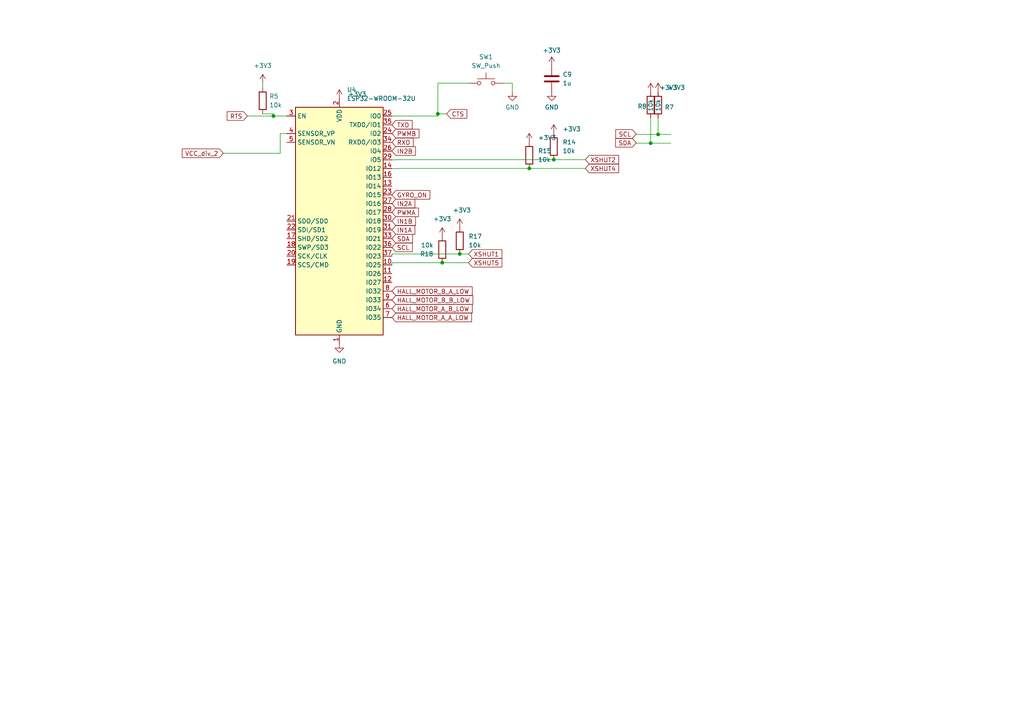
<source format=kicad_sch>
(kicad_sch (version 20231120) (generator "eeschema") (generator_version "8.0")
  (paper "A4")
  (lib_symbols
    (symbol "Device:C" (pin_numbers hide) (pin_names (offset 0.254))
      (property "Reference" "C" (at 0.635 2.54 0))
      (property "Value" "C" (at 0.635 -2.54 0))
      (symbol "C_0_1"
        (polyline (pts (xy -2.032 -0.762) (xy 2.032 -0.762)) (stroke (width 0.508)))
        (polyline (pts (xy -2.032 0.762) (xy 2.032 0.762)) (stroke (width 0.508)))
      )
      (symbol "C_1_1"
        (pin passive line (at 0 3.81 270) (length 2.794) (name "~") (number "1"))
        (pin passive line (at 0 -3.81 90) (length 2.794) (name "~") (number "2"))
      )
    )
    (symbol "Device:R" (pin_numbers hide) (pin_names (offset 0))
      (property "Reference" "R" (at 2.032 0 90))
      (property "Value" "R" (at 0 0 90))
      (symbol "R_0_1"
        (rectangle (start -1.016 -2.54) (end 1.016 2.54) (stroke (width 0.254)))
      )
      (symbol "R_1_1"
        (pin passive line (at 0 3.81 270) (length 1.27) (name "~") (number "1"))
        (pin passive line (at 0 -3.81 90) (length 1.27) (name "~") (number "2"))
      )
    )
    (symbol "RF_Module:ESP32-WROOM-32U"
      (property "Reference" "U" (at -12.7 34.29 0))
      (property "Value" "ESP32-WROOM-32U" (at 1.27 34.29 0))
      (symbol "ESP32-WROOM-32U_0_1"
        (rectangle (start -12.7 33.02) (end 12.7 -33.02) (stroke (width 0.254)) (fill (type background)))
      )
      (symbol "ESP32-WROOM-32U_1_1"
        (pin power_in line (at 0 -35.56 90) (length 2.54) (name "GND") (number "1"))
        (pin bidirectional line (at 15.24 -12.7 180) (length 2.54) (name "IO25") (number "10"))
        (pin bidirectional line (at 15.24 -15.24 180) (length 2.54) (name "IO26") (number "11"))
        (pin bidirectional line (at 15.24 -17.78 180) (length 2.54) (name "IO27") (number "12"))
        (pin bidirectional line (at 15.24 10.16 180) (length 2.54) (name "IO14") (number "13"))
        (pin bidirectional line (at 15.24 15.24 180) (length 2.54) (name "IO12") (number "14"))
        (pin passive line (at 0 -35.56 90) (length 2.54) hide (name "GND") (number "15"))
        (pin bidirectional line (at 15.24 12.7 180) (length 2.54) (name "IO13") (number "16"))
        (pin bidirectional line (at -15.24 -5.08 0) (length 2.54) (name "SHD/SD2") (number "17"))
        (pin bidirectional line (at -15.24 -7.62 0) (length 2.54) (name "SWP/SD3") (number "18"))
        (pin bidirectional line (at -15.24 -12.7 0) (length 2.54) (name "SCS/CMD") (number "19"))
        (pin power_in line (at 0 35.56 270) (length 2.54) (name "VDD") (number "2"))
        (pin bidirectional line (at -15.24 -10.16 0) (length 2.54) (name "SCK/CLK") (number "20"))
        (pin bidirectional line (at -15.24 0 0) (length 2.54) (name "SDO/SD0") (number "21"))
        (pin bidirectional line (at -15.24 -2.54 0) (length 2.54) (name "SDI/SD1") (number "22"))
        (pin bidirectional line (at 15.24 7.62 180) (length 2.54) (name "IO15") (number "23"))
        (pin bidirectional line (at 15.24 25.4 180) (length 2.54) (name "IO2") (number "24"))
        (pin bidirectional line (at 15.24 30.48 180) (length 2.54) (name "IO0") (number "25"))
        (pin bidirectional line (at 15.24 20.32 180) (length 2.54) (name "IO4") (number "26"))
        (pin bidirectional line (at 15.24 5.08 180) (length 2.54) (name "IO16") (number "27"))
        (pin bidirectional line (at 15.24 2.54 180) (length 2.54) (name "IO17") (number "28"))
        (pin bidirectional line (at 15.24 17.78 180) (length 2.54) (name "IO5") (number "29"))
        (pin input line (at -15.24 30.48 0) (length 2.54) (name "EN") (number "3"))
        (pin bidirectional line (at 15.24 0 180) (length 2.54) (name "IO18") (number "30"))
        (pin bidirectional line (at 15.24 -2.54 180) (length 2.54) (name "IO19") (number "31"))
        (pin no_connect line (at -12.7 -27.94 0) (length 2.54) hide (name "NC") (number "32"))
        (pin bidirectional line (at 15.24 -5.08 180) (length 2.54) (name "IO21") (number "33"))
        (pin bidirectional line (at 15.24 22.86 180) (length 2.54) (name "RXD0/IO3") (number "34"))
        (pin bidirectional line (at 15.24 27.94 180) (length 2.54) (name "TXD0/IO1") (number "35"))
        (pin bidirectional line (at 15.24 -7.62 180) (length 2.54) (name "IO22") (number "36"))
        (pin bidirectional line (at 15.24 -10.16 180) (length 2.54) (name "IO23") (number "37"))
        (pin passive line (at 0 -35.56 90) (length 2.54) hide (name "GND") (number "38"))
        (pin passive line (at 0 -35.56 90) (length 2.54) hide (name "GND") (number "39"))
        (pin input line (at -15.24 25.4 0) (length 2.54) (name "SENSOR_VP") (number "4"))
        (pin input line (at -15.24 22.86 0) (length 2.54) (name "SENSOR_VN") (number "5"))
        (pin input line (at 15.24 -25.4 180) (length 2.54) (name "IO34") (number "6"))
        (pin input line (at 15.24 -27.94 180) (length 2.54) (name "IO35") (number "7"))
        (pin bidirectional line (at 15.24 -20.32 180) (length 2.54) (name "IO32") (number "8"))
        (pin bidirectional line (at 15.24 -22.86 180) (length 2.54) (name "IO33") (number "9"))
      )
    )
    (symbol "Switch:SW_Push" (pin_numbers hide) (pin_names (offset 1.016) hide)
      (property "Reference" "SW" (at 1.27 2.54 0))
      (property "Value" "SW_Push" (at 0 -1.524 0))
      (symbol "SW_Push_0_1"
        (circle (center -2.032 0) (radius 0.508))
        (polyline (pts (xy 0 1.27) (xy 0 3.048)))
        (polyline (pts (xy 2.54 1.27) (xy -2.54 1.27)))
        (circle (center 2.032 0) (radius 0.508))
        (pin passive line (at -5.08 0 0) (length 2.54) (name "1") (number "1"))
        (pin passive line (at 5.08 0 180) (length 2.54) (name "2") (number "2"))
      )
    )
    (symbol "power:+3.3V" (power) (pin_names (offset 0))
      (property "Value" "+3.3V" (at 0 3.556 0))
      (symbol "+3.3V_0_1"
        (polyline (pts (xy -0.762 1.27) (xy 0 2.54)))
        (polyline (pts (xy 0 0) (xy 0 2.54)))
        (polyline (pts (xy 0 2.54) (xy 0.762 1.27)))
      )
      (symbol "+3.3V_1_1"
        (pin power_in line (at 0 0 90) (length 0) hide (name "+3V3") (number "1"))
      )
    )
    (symbol "power:GND" (power) (pin_names (offset 0))
      (property "Value" "GND" (at 0 -3.81 0))
      (symbol "GND_0_1"
        (polyline (pts (xy 0 0) (xy 0 -1.27) (xy 1.27 -1.27) (xy 0 -2.54) (xy -1.27 -1.27) (xy 0 -1.27)))
      )
      (symbol "GND_1_1"
        (pin power_in line (at 0 0 270) (length 0) hide (name "GND") (number "1"))
      )
    )
  )
  (junction (at 133.35 73.66))
  (junction (at 153.5035 48.8525))
  (junction (at 127 33.02))
  (junction (at 79.3099 33.655))
  (junction (at 128.27 76.2))
  (junction (at 190.881 38.989))
  (junction (at 160.6155 46.3125))
  (junction (at 188.722 41.529))
  (wire (pts (xy 127 33.02) (xy 129.54 33.02)))
  (wire (pts (xy 135.89 73.66) (xy 133.35 73.66)))
  (wire (pts (xy 81.28 38.735) (xy 81.28 44.45)))
  (wire (pts (xy 127 24.13) (xy 127 33.02)))
  (wire (pts (xy 169.7595 48.8525) (xy 153.5035 48.8525)))
  (wire (pts (xy 115.57 48.895) (xy 115.57 48.8525)))
  (wire (pts (xy 71.755 33.655) (xy 79.3099 33.655)))
  (wire (pts (xy 113.665 73.66) (xy 113.665 74.295)))
  (wire (pts (xy 113.665 46.355) (xy 114.935 46.355)))
  (wire (pts (xy 83.185 38.735) (xy 81.28 38.735)))
  (wire (pts (xy 190.881 38.989) (xy 184.531 38.989)))
  (wire (pts (xy 81.28 44.45) (xy 64.77 44.45)))
  (wire (pts (xy 128.27 76.2) (xy 113.665 76.2)))
  (wire (pts (xy 135.89 76.2) (xy 128.27 76.2)))
  (wire (pts (xy 114.935 46.355) (xy 114.935 46.3125)))
  (wire (pts (xy 127 33.655) (xy 127 33.02)))
  (wire (pts (xy 79.3099 33.02) (xy 79.3099 33.655)))
  (wire (pts (xy 76.2 24.13) (xy 76.2 25.4)))
  (wire (pts (xy 115.57 48.8525) (xy 153.5035 48.8525)))
  (wire (pts (xy 114.935 46.3125) (xy 160.6155 46.3125)))
  (wire (pts (xy 148.59 24.13) (xy 148.59 26.67)))
  (wire (pts (xy 169.7595 46.3125) (xy 160.6155 46.3125)))
  (wire (pts (xy 113.665 48.895) (xy 115.57 48.895)))
  (wire (pts (xy 184.531 41.529) (xy 188.722 41.529)))
  (wire (pts (xy 188.722 34.29) (xy 188.722 41.529)))
  (wire (pts (xy 184.531 41.529) (xy 184.531 41.402)))
  (wire (pts (xy 190.881 34.29) (xy 190.881 38.989)))
  (wire (pts (xy 113.665 33.655) (xy 127 33.655)))
  (wire (pts (xy 79.3099 33.655) (xy 83.185 33.655)))
  (wire (pts (xy 194.564 38.989) (xy 190.881 38.989)))
  (wire (pts (xy 184.531 38.989) (xy 184.531 38.862)))
  (wire (pts (xy 76.2 33.02) (xy 79.3099 33.02)))
  (wire (pts (xy 188.722 41.529) (xy 194.564 41.529)))
  (wire (pts (xy 113.665 76.2) (xy 113.665 76.835)))
  (wire (pts (xy 135.89 24.13) (xy 127 24.13)))
  (wire (pts (xy 146.05 24.13) (xy 148.59 24.13)))
  (wire (pts (xy 133.35 73.66) (xy 113.665 73.66)))
  (global_label "SCL" (shape input) (at 184.531 38.862 180) (property "Intersheetrefs" "${INTERSHEET_REFS}" (effects (hide yes))))
  (global_label "RTS" (shape input) (at 71.755 33.655 180) (property "Intersheetrefs" "${INTERSHEET_REFS}" (effects (hide yes))))
  (global_label "HALL_MOTOR_A_B_LOW" (shape input) (at 113.665 89.535 0) (property "Intersheetrefs" "${INTERSHEET_REFS}" (effects (hide yes))))
  (global_label "TXD" (shape input) (at 113.665 36.195 0) (property "Intersheetrefs" "${INTERSHEET_REFS}" (effects (hide yes))))
  (global_label "VCC_div_2" (shape input) (at 64.77 44.45 180) (property "Intersheetrefs" "${INTERSHEET_REFS}" (effects (hide yes))))
  (global_label "SDA" (shape input) (at 184.531 41.402 180) (property "Intersheetrefs" "${INTERSHEET_REFS}" (effects (hide yes))))
  (global_label "GYRO_ON" (shape input) (at 113.665 56.515 0) (property "Intersheetrefs" "${INTERSHEET_REFS}" (effects (hide yes))))
  (global_label "HALL_MOTOR_B_B_LOW" (shape input) (at 113.665 86.995 0) (property "Intersheetrefs" "${INTERSHEET_REFS}" (effects (hide yes))))
  (global_label "IN2B" (shape input) (at 113.665 43.815 0) (property "Intersheetrefs" "${INTERSHEET_REFS}" (effects (hide yes))))
  (global_label "XSHUT4" (shape input) (at 169.7595 48.8525 0) (property "Intersheetrefs" "${INTERSHEET_REFS}" (effects (hide yes))))
  (global_label "HALL_MOTOR_B_A_LOW" (shape input) (at 113.665 84.455 0) (property "Intersheetrefs" "${INTERSHEET_REFS}" (effects (hide yes))))
  (global_label "CTS" (shape input) (at 129.54 33.02 0) (property "Intersheetrefs" "${INTERSHEET_REFS}" (effects (hide yes))))
  (global_label "PWMB" (shape input) (at 113.665 38.735 0) (property "Intersheetrefs" "${INTERSHEET_REFS}" (effects (hide yes))))
  (global_label "IN1B" (shape input) (at 113.665 64.135 0) (property "Intersheetrefs" "${INTERSHEET_REFS}" (effects (hide yes))))
  (global_label "SDA" (shape input) (at 113.665 69.215 0) (property "Intersheetrefs" "${INTERSHEET_REFS}" (effects (hide yes))))
  (global_label "RXD" (shape input) (at 113.665 41.275 0) (property "Intersheetrefs" "${INTERSHEET_REFS}" (effects (hide yes))))
  (global_label "HALL_MOTOR_A_A_LOW" (shape input) (at 113.665 92.075 0) (property "Intersheetrefs" "${INTERSHEET_REFS}" (effects (hide yes))))
  (global_label "SCL" (shape input) (at 113.665 71.755 0) (property "Intersheetrefs" "${INTERSHEET_REFS}" (effects (hide yes))))
  (global_label "IN1A" (shape input) (at 113.665 66.675 0) (property "Intersheetrefs" "${INTERSHEET_REFS}" (effects (hide yes))))
  (global_label "XSHUT1" (shape input) (at 135.89 73.66 0) (property "Intersheetrefs" "${INTERSHEET_REFS}" (effects (hide yes))))
  (global_label "PWMA" (shape input) (at 113.665 61.595 0) (property "Intersheetrefs" "${INTERSHEET_REFS}" (effects (hide yes))))
  (global_label "XSHUT5" (shape input) (at 135.89 76.2 0) (property "Intersheetrefs" "${INTERSHEET_REFS}" (effects (hide yes))))
  (global_label "IN2A" (shape input) (at 113.665 59.055 0) (property "Intersheetrefs" "${INTERSHEET_REFS}" (effects (hide yes))))
  (global_label "XSHUT2" (shape input) (at 169.7595 46.3125 0) (property "Intersheetrefs" "${INTERSHEET_REFS}" (effects (hide yes))))
  (symbol (lib_id "power:+3.3V") (at 128.27 68.58 0) (unit 1)
    (property "Reference" "#PWR037" (effects (hide yes)))
    (property "Value" "+3V3" (at 128.27 63.5 0))
  )
  (symbol (lib_id "Device:R") (at 76.2 29.21 0) (unit 1)
    (property "Reference" "R5" (at 78.105 27.94 0) (effects (justify left)))
    (property "Value" "10k" (at 78.105 30.48 0) (effects (justify left)))
    (property "Footprint" "Resistor_SMD:R_0603_1608Metric" (effects (hide yes)))
  )
  (symbol (lib_id "power:+3.3V") (at 190.881 26.67 0) (unit 1)
    (property "Reference" "#PWR027" (effects (hide yes)))
    (property "Value" "+3V3" (at 193.421 25.4 0) (effects (justify left)))
  )
  (symbol (lib_id "power:+3.3V") (at 133.35 66.04 0) (unit 1)
    (property "Reference" "#PWR036" (effects (hide yes)))
    (property "Value" "+3V3" (at 131.318 60.96 0) (effects (justify left)))
  )
  (symbol (lib_id "RF_Module:ESP32-WROOM-32U") (at 98.425 64.135 0) (unit 1)
    (property "Reference" "U4" (at 100.6191 26.035 0) (effects (justify left)))
    (property "Value" "ESP32-WROOM-32U" (at 100.6191 28.575 0) (effects (justify left)))
    (property "Footprint" "RF_Module:ESP32-WROOM-32U" (effects (hide yes)))
    (property "Datasheet" "https://www.espressif.com/sites/default/files/documentation/esp32-wroom-32d_esp32-wroom-32u_datasheet_en.pdf" (effects (hide yes)))
  )
  (symbol (lib_id "power:+3.3V") (at 153.5035 41.2325 0) (unit 1)
    (property "Reference" "#PWR034" (effects (hide yes)))
    (property "Value" "+3V3" (at 156.0435 39.9625 0) (effects (justify left)))
  )
  (symbol (lib_id "power:+3.3V") (at 160.6155 38.6925 0) (unit 1)
    (property "Reference" "#PWR033" (effects (hide yes)))
    (property "Value" "+3V3" (at 163.1555 37.4225 0) (effects (justify left)))
  )
  (symbol (lib_id "Device:C") (at 160.02 22.86 0) (unit 1)
    (property "Reference" "C9" (at 163.195 21.59 0) (effects (justify left)))
    (property "Value" "1u" (at 163.195 24.13 0) (effects (justify left)))
    (property "Footprint" "Capacitor_SMD:C_0603_1608Metric" (effects (hide yes)))
  )
  (symbol (lib_id "power:+3.3V") (at 188.722 26.67 0) (unit 1)
    (property "Reference" "#PWR016" (effects (hide yes)))
    (property "Value" "+3V3" (at 191.262 25.4 0) (effects (justify left)))
  )
  (symbol (lib_id "power:GND") (at 160.02 26.67 0) (unit 1)
    (property "Reference" "#PWR011" (effects (hide yes)))
    (property "Value" "GND" (at 160.02 31.115 0))
  )
  (symbol (lib_id "power:GND") (at 148.59 26.67 0) (unit 1)
    (property "Reference" "#PWR06" (effects (hide yes)))
    (property "Value" "GND" (at 148.59 31.115 0))
  )
  (symbol (lib_id "Device:R") (at 128.27 72.39 180) (unit 1)
    (property "Reference" "R18" (at 125.73 73.66 0) (effects (justify left)))
    (property "Value" "10k" (at 125.73 71.12 0) (effects (justify left)))
    (property "Footprint" "Capacitor_SMD:C_0603_1608Metric" (effects (hide yes)))
  )
  (symbol (lib_id "power:GND") (at 98.425 99.695 0) (unit 1)
    (property "Reference" "#PWR09" (effects (hide yes)))
    (property "Value" "GND" (at 98.425 104.775 0))
  )
  (symbol (lib_id "Device:R") (at 188.722 30.48 0) (unit 1)
    (property "Reference" "R8" (at 184.912 30.861 0) (effects (justify left)))
    (property "Value" "10k" (at 188.722 32.385 90) (effects (justify left)))
    (property "Footprint" "Capacitor_SMD:C_0603_1608Metric" (effects (hide yes)))
  )
  (symbol (lib_id "power:+3.3V") (at 98.425 28.575 0) (unit 1)
    (property "Reference" "#PWR08" (effects (hide yes)))
    (property "Value" "+3V3" (at 100.965 27.305 0) (effects (justify left)))
  )
  (symbol (lib_id "Device:R") (at 153.5035 45.0425 0) (unit 1)
    (property "Reference" "R15" (at 156.0435 43.7725 0) (effects (justify left)))
    (property "Value" "10k" (at 156.0435 46.3125 0) (effects (justify left)))
    (property "Footprint" "Capacitor_SMD:C_0603_1608Metric" (effects (hide yes)))
  )
  (symbol (lib_id "power:+3.3V") (at 160.02 19.05 0) (unit 1)
    (property "Reference" "#PWR010" (effects (hide yes)))
    (property "Value" "+3V3" (at 160.02 14.605 0))
  )
  (symbol (lib_id "Device:R") (at 160.6155 42.5025 0) (unit 1)
    (property "Reference" "R14" (at 163.1555 41.2325 0) (effects (justify left)))
    (property "Value" "10k" (at 163.1555 43.7725 0) (effects (justify left)))
    (property "Footprint" "Capacitor_SMD:C_0603_1608Metric" (effects (hide yes)))
  )
  (symbol (lib_id "Device:R") (at 133.35 69.85 0) (unit 1)
    (property "Reference" "R17" (at 135.89 68.58 0) (effects (justify left)))
    (property "Value" "10k" (at 135.89 71.12 0) (effects (justify left)))
    (property "Footprint" "Capacitor_SMD:C_0603_1608Metric" (effects (hide yes)))
  )
  (symbol (lib_id "Switch:SW_Push") (at 140.97 24.13 0) (unit 1)
    (property "Reference" "SW1" (at 140.97 16.51 0))
    (property "Value" "SW_Push" (at 140.97 19.05 0))
    (property "Footprint" "Button_Switch_SMD:SW_Push_1P1T_NO_CK_KMR2" (effects (hide yes)))
    (property "Description" "Push button switch, generic, two pins" (effects (hide yes)))
  )
  (symbol (lib_id "Device:R") (at 190.881 30.48 0) (unit 1)
    (property "Reference" "R7" (at 192.786 31.115 0) (effects (justify left)))
    (property "Value" "10k" (at 190.881 32.385 90) (effects (justify left)))
    (property "Footprint" "Capacitor_SMD:C_0603_1608Metric" (effects (hide yes)))
  )
  (symbol (lib_id "power:+3.3V") (at 76.2 24.13 0) (unit 1)
    (property "Reference" "#PWR07" (effects (hide yes)))
    (property "Value" "+3V3" (at 76.2 19.05 0))
  )
)
</source>
